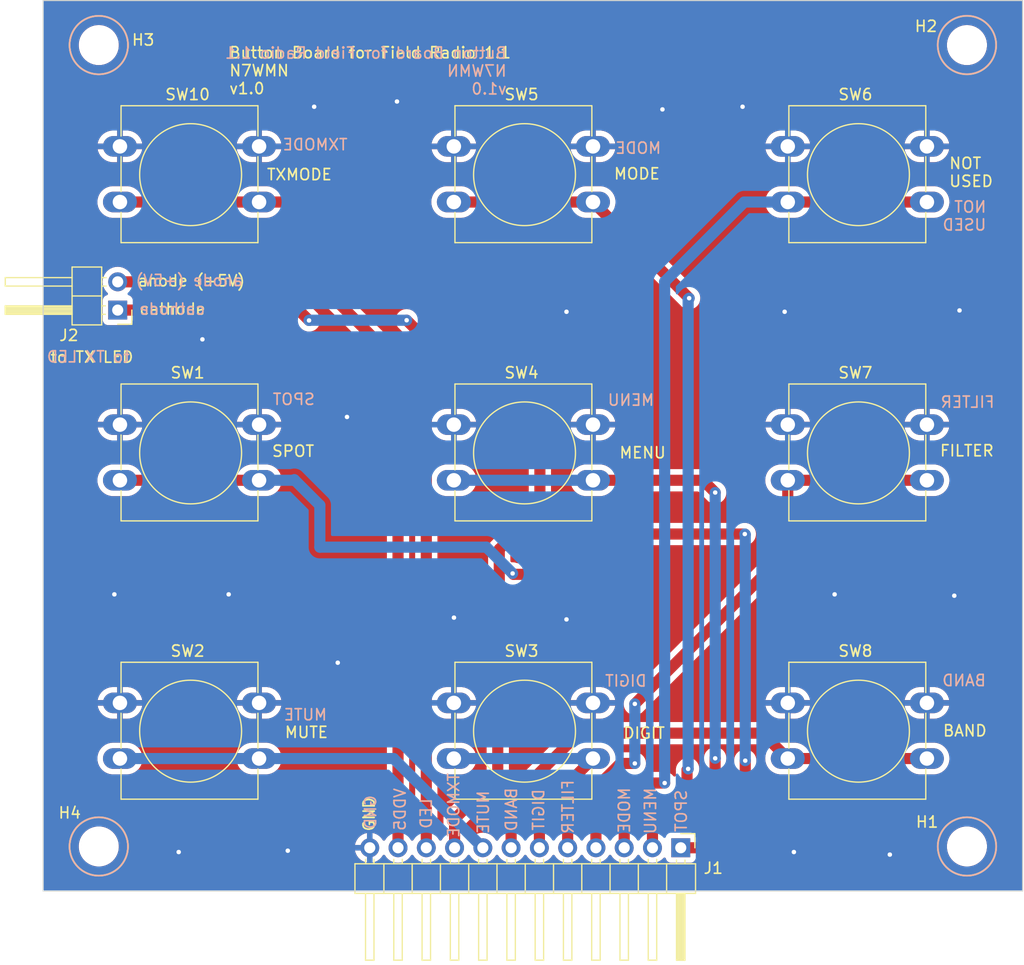
<source format=kicad_pcb>
(kicad_pcb (version 20221018) (generator pcbnew)
  (layers (0 "F.Cu" signal) (31 "B.Cu" signal) (34 "B.Paste" user) (35 "F.Paste" user) (36 "B.SilkS" user "B.Silkscreen") (37 "F.SilkS" user "F.Silkscreen") (38 "B.Mask" user) (39 "F.Mask" user) (44 "Edge.Cuts" user))
  (net 0 "")
  (net 1 "/BTN_SPOT")
  (net 2 "/BTN_MENU")
  (net 3 "/BTN_MODE")
  (net 4 "/BTN_NOT_USED")
  (net 5 "/BTN_FILTER_SEL")
  (net 6 "/BTN_DIGIT_SEL")
  (net 7 "/BTN_BAND_SEL")
  (net 8 "/BTN_MUTE")
  (net 9 "/BTN_TXMODE")
  (net 10 "/TX_LED")
  (net 11 "/VDD5")
  (net 12 "GND")
  (footprint "MountingHole:MountingHole_3.2mm_M3" (layer "F.Cu") (at 121 44)
    (fp_text reference "H3" (at 3.99 -0.46) (layer "F.SilkS"))
    (fp_text value "MountingHole")
    (pad "" np_thru_hole circle (at 0 0) (size 3.2 3.2) (drill 3.2) (layers "*.Cu" "*.Mask"))
  )
  (footprint "Button_Switch_THT:SW_PUSH-12mm" (layer "F.Cu") (at 122.9 78.1)
    (fp_text reference "SW1" (at 6.08 -4.66) (layer "F.SilkS"))
    (fp_text value "SPOT")
    (fp_line (start 0.1 -3.65) (end 12.4 -3.65) (stroke (width 0.12)) (layer "F.SilkS"))
    (fp_line (start 0.1 -0.93) (end 0.1 -3.65) (stroke (width 0.12)) (layer "F.SilkS"))
    (fp_line (start 0.1 4.07) (end 0.1 0.93) (stroke (width 0.12)) (layer "F.SilkS"))
    (fp_line (start 0.1 8.65) (end 0.1 5.93) (stroke (width 0.12)) (layer "F.SilkS"))
    (fp_line (start 12.4 -3.65) (end 12.4 -0.93) (stroke (width 0.12)) (layer "F.SilkS"))
    (fp_line (start 12.4 0.93) (end 12.4 4.07) (stroke (width 0.12)) (layer "F.SilkS"))
    (fp_line (start 12.4 5.93) (end 12.4 8.65) (stroke (width 0.12)) (layer "F.SilkS"))
    (fp_line (start 12.4 8.65) (end 0.1 8.65) (stroke (width 0.12)) (layer "F.SilkS"))
    (fp_circle (center 6.35 2.54) (end 10.16 5.08) (stroke (width 0.12)) (fill none) (layer "F.SilkS"))
    (pad "1" thru_hole oval (at 0 0) (size 3.048 1.85) (drill 1.3) (layers "*.Cu" "*.Mask") (net 12 "GND"))
    (pad "1" thru_hole oval (at 12.5 0) (size 3.048 1.85) (drill 1.3) (layers "*.Cu" "*.Mask") (net 12 "GND"))
    (pad "2" thru_hole oval (at 0 5) (size 3.048 1.85) (drill 1.3) (layers "*.Cu" "*.Mask") (net 1 "/BTN_SPOT"))
    (pad "2" thru_hole oval (at 12.5 5) (size 3.048 1.85) (drill 1.3) (layers "*.Cu" "*.Mask") (net 1 "/BTN_SPOT"))
  )
  (footprint "MountingHole:MountingHole_3.2mm_M3" (layer "F.Cu") (at 121 116)
    (fp_text reference "H4" (at -2.61 -3.02) (layer "F.SilkS"))
    (fp_text value "MountingHole")
    (pad "" np_thru_hole circle (at 0 0) (size 3.2 3.2) (drill 3.2) (layers "*.Cu" "*.Mask"))
  )
  (footprint "MountingHole:MountingHole_3.2mm_M3" (layer "F.Cu") (at 199 116)
    (fp_text reference "H1" (at -3.58 -2.2) (layer "F.SilkS"))
    (fp_text value "MountingHole")
    (pad "" np_thru_hole circle (at 0 0) (size 3.2 3.2) (drill 3.2) (layers "*.Cu" "*.Mask"))
  )
  (footprint "Connector_PinHeader_2.54mm:PinHeader_1x02_P2.54mm_Horizontal" (layer "F.Cu") (at 122.7 67.81 180)
    (fp_text reference "J2" (at 4.385 -2.27) (layer "F.SilkS"))
    (fp_text value "Conn_01x02")
    (fp_line (start -1.27 -1.27) (end 0 -1.27) (stroke (width 0.12)) (layer "F.SilkS"))
    (fp_line (start -1.27 0) (end -1.27 -1.27) (stroke (width 0.12)) (layer "F.SilkS"))
    (fp_line (start 1.042929 2.16) (end 1.44 2.16) (stroke (width 0.12)) (layer "F.SilkS"))
    (fp_line (start 1.042929 2.92) (end 1.44 2.92) (stroke (width 0.12)) (layer "F.SilkS"))
    (fp_line (start 1.11 -0.38) (end 1.44 -0.38) (stroke (width 0.12)) (layer "F.SilkS"))
    (fp_line (start 1.11 0.38) (end 1.44 0.38) (stroke (width 0.12)) (layer "F.SilkS"))
    (fp_line (start 1.44 -1.33) (end 1.44 3.87) (stroke (width 0.12)) (layer "F.SilkS"))
    (fp_line (start 1.44 1.27) (end 4.1 1.27) (stroke (width 0.12)) (layer "F.SilkS"))
    (fp_line (start 1.44 3.87) (end 4.1 3.87) (stroke (width 0.12)) (layer "F.SilkS"))
    (fp_line (start 4.1 -1.33) (end 1.44 -1.33) (stroke (width 0.12)) (layer "F.SilkS"))
    (fp_line (start 4.1 -0.38) (end 10.1 -0.38) (stroke (width 0.12)) (layer "F.SilkS"))
    (fp_line (start 4.1 -0.32) (end 10.1 -0.32) (stroke (width 0.12)) (layer "F.SilkS"))
    (fp_line (start 4.1 -0.2) (end 10.1 -0.2) (stroke (width 0.12)) (layer "F.SilkS"))
    (fp_line (start 4.1 -0.08) (end 10.1 -0.08) (stroke (width 0.12)) (layer "F.SilkS"))
    (fp_line (start 4.1 0.04) (end 10.1 0.04) (stroke (width 0.12)) (layer "F.SilkS"))
    (fp_line (start 4.1 0.16) (end 10.1 0.16) (stroke (width 0.12)) (layer "F.SilkS"))
    (fp_line (start 4.1 0.28) (end 10.1 0.28) (stroke (width 0.12)) (layer "F.SilkS"))
    (fp_line (start 4.1 2.16) (end 10.1 2.16) (stroke (width 0.12)) (layer "F.SilkS"))
    (fp_line (start 4.1 3.87) (end 4.1 -1.33) (stroke (width 0.12)) (layer "F.SilkS"))
    (fp_line (start 10.1 -0.38) (end 10.1 0.38) (stroke (width 0.12)) (layer "F.SilkS"))
    (fp_line (start 10.1 0.38) (end 4.1 0.38) (stroke (width 0.12)) (layer "F.SilkS"))
    (fp_line (start 10.1 2.16) (end 10.1 2.92) (stroke (width 0.12)) (layer "F.SilkS"))
    (fp_line (start 10.1 2.92) (end 4.1 2.92) (stroke (width 0.12)) (layer "F.SilkS"))
    (pad "1" thru_hole rect (at 0 0 180) (size 1.7 1.7) (drill 1) (layers "*.Cu" "*.Mask") (net 10 "/TX_LED"))
    (pad "2" thru_hole oval (at 0 2.54 180) (size 1.7 1.7) (drill 1) (layers "*.Cu" "*.Mask") (net 11 "/VDD5"))
  )
  (footprint "MountingHole:MountingHole_3.2mm_M3" (layer "F.Cu") (at 199 44)
    (fp_text reference "H2" (at -3.68 -1.69) (layer "F.SilkS"))
    (fp_text value "MountingHole")
    (pad "" np_thru_hole circle (at 0 0) (size 3.2 3.2) (drill 3.2) (layers "*.Cu" "*.Mask"))
  )
  (footprint "Button_Switch_THT:SW_PUSH-12mm" (layer "F.Cu") (at 152.9 103.1)
    (fp_text reference "SW3" (at 6.08 -4.66) (layer "F.SilkS"))
    (fp_text value "DIGIT")
    (fp_line (start 0.1 -3.65) (end 12.4 -3.65) (stroke (width 0.12)) (layer "F.SilkS"))
    (fp_line (start 0.1 -0.93) (end 0.1 -3.65) (stroke (width 0.12)) (layer "F.SilkS"))
    (fp_line (start 0.1 4.07) (end 0.1 0.93) (stroke (width 0.12)) (layer "F.SilkS"))
    (fp_line (start 0.1 8.65) (end 0.1 5.93) (stroke (width 0.12)) (layer "F.SilkS"))
    (fp_line (start 12.4 -3.65) (end 12.4 -0.93) (stroke (width 0.12)) (layer "F.SilkS"))
    (fp_line (start 12.4 0.93) (end 12.4 4.07) (stroke (width 0.12)) (layer "F.SilkS"))
    (fp_line (start 12.4 5.93) (end 12.4 8.65) (stroke (width 0.12)) (layer "F.SilkS"))
    (fp_line (start 12.4 8.65) (end 0.1 8.65) (stroke (width 0.12)) (layer "F.SilkS"))
    (fp_circle (center 6.35 2.54) (end 10.16 5.08) (stroke (width 0.12)) (fill none) (layer "F.SilkS"))
    (pad "1" thru_hole oval (at 0 0) (size 3.048 1.85) (drill 1.3) (layers "*.Cu" "*.Mask") (net 12 "GND"))
    (pad "1" thru_hole oval (at 12.5 0) (size 3.048 1.85) (drill 1.3) (layers "*.Cu" "*.Mask") (net 12 "GND"))
    (pad "2" thru_hole oval (at 0 5) (size 3.048 1.85) (drill 1.3) (layers "*.Cu" "*.Mask") (net 6 "/BTN_DIGIT_SEL"))
    (pad "2" thru_hole oval (at 12.5 5) (size 3.048 1.85) (drill 1.3) (layers "*.Cu" "*.Mask") (net 6 "/BTN_DIGIT_SEL"))
  )
  (footprint "Button_Switch_THT:SW_PUSH-12mm" (layer "F.Cu") (at 122.9 103.1)
    (fp_text reference "SW2" (at 6.08 -4.66) (layer "F.SilkS"))
    (fp_text value "MUTE")
    (fp_line (start 0.1 -3.65) (end 12.4 -3.65) (stroke (width 0.12)) (layer "F.SilkS"))
    (fp_line (start 0.1 -0.93) (end 0.1 -3.65) (stroke (width 0.12)) (layer "F.SilkS"))
    (fp_line (start 0.1 4.07) (end 0.1 0.93) (stroke (width 0.12)) (layer "F.SilkS"))
    (fp_line (start 0.1 8.65) (end 0.1 5.93) (stroke (width 0.12)) (layer "F.SilkS"))
    (fp_line (start 12.4 -3.65) (end 12.4 -0.93) (stroke (width 0.12)) (layer "F.SilkS"))
    (fp_line (start 12.4 0.93) (end 12.4 4.07) (stroke (width 0.12)) (layer "F.SilkS"))
    (fp_line (start 12.4 5.93) (end 12.4 8.65) (stroke (width 0.12)) (layer "F.SilkS"))
    (fp_line (start 12.4 8.65) (end 0.1 8.65) (stroke (width 0.12)) (layer "F.SilkS"))
    (fp_circle (center 6.35 2.54) (end 10.16 5.08) (stroke (width 0.12)) (fill none) (layer "F.SilkS"))
    (pad "1" thru_hole oval (at 0 0) (size 3.048 1.85) (drill 1.3) (layers "*.Cu" "*.Mask") (net 12 "GND"))
    (pad "1" thru_hole oval (at 12.5 0) (size 3.048 1.85) (drill 1.3) (layers "*.Cu" "*.Mask") (net 12 "GND"))
    (pad "2" thru_hole oval (at 0 5) (size 3.048 1.85) (drill 1.3) (layers "*.Cu" "*.Mask") (net 8 "/BTN_MUTE"))
    (pad "2" thru_hole oval (at 12.5 5) (size 3.048 1.85) (drill 1.3) (layers "*.Cu" "*.Mask") (net 8 "/BTN_MUTE"))
  )
  (footprint "Button_Switch_THT:SW_PUSH-12mm" (layer "F.Cu") (at 182.9 78.1)
    (fp_text reference "SW7" (at 6.08 -4.66) (layer "F.SilkS"))
    (fp_text value "FILTER")
    (fp_line (start 0.1 -3.65) (end 12.4 -3.65) (stroke (width 0.12)) (layer "F.SilkS"))
    (fp_line (start 0.1 -0.93) (end 0.1 -3.65) (stroke (width 0.12)) (layer "F.SilkS"))
    (fp_line (start 0.1 4.07) (end 0.1 0.93) (stroke (width 0.12)) (layer "F.SilkS"))
    (fp_line (start 0.1 8.65) (end 0.1 5.93) (stroke (width 0.12)) (layer "F.SilkS"))
    (fp_line (start 12.4 -3.65) (end 12.4 -0.93) (stroke (width 0.12)) (layer "F.SilkS"))
    (fp_line (start 12.4 0.93) (end 12.4 4.07) (stroke (width 0.12)) (layer "F.SilkS"))
    (fp_line (start 12.4 5.93) (end 12.4 8.65) (stroke (width 0.12)) (layer "F.SilkS"))
    (fp_line (start 12.4 8.65) (end 0.1 8.65) (stroke (width 0.12)) (layer "F.SilkS"))
    (fp_circle (center 6.35 2.54) (end 10.16 5.08) (stroke (width 0.12)) (fill none) (layer "F.SilkS"))
    (pad "1" thru_hole oval (at 0 0) (size 3.048 1.85) (drill 1.3) (layers "*.Cu" "*.Mask") (net 12 "GND"))
    (pad "1" thru_hole oval (at 12.5 0) (size 3.048 1.85) (drill 1.3) (layers "*.Cu" "*.Mask") (net 12 "GND"))
    (pad "2" thru_hole oval (at 0 5) (size 3.048 1.85) (drill 1.3) (layers "*.Cu" "*.Mask") (net 5 "/BTN_FILTER_SEL"))
    (pad "2" thru_hole oval (at 12.5 5) (size 3.048 1.85) (drill 1.3) (layers "*.Cu" "*.Mask") (net 5 "/BTN_FILTER_SEL"))
  )
  (footprint "Button_Switch_THT:SW_PUSH-12mm" (layer "F.Cu") (at 182.9 103.1)
    (fp_text reference "SW8" (at 6.08 -4.66) (layer "F.SilkS"))
    (fp_text value "BAND")
    (fp_line (start 0.1 -3.65) (end 12.4 -3.65) (stroke (width 0.12)) (layer "F.SilkS"))
    (fp_line (start 0.1 -0.93) (end 0.1 -3.65) (stroke (width 0.12)) (layer "F.SilkS"))
    (fp_line (start 0.1 4.07) (end 0.1 0.93) (stroke (width 0.12)) (layer "F.SilkS"))
    (fp_line (start 0.1 8.65) (end 0.1 5.93) (stroke (width 0.12)) (layer "F.SilkS"))
    (fp_line (start 12.4 -3.65) (end 12.4 -0.93) (stroke (width 0.12)) (layer "F.SilkS"))
    (fp_line (start 12.4 0.93) (end 12.4 4.07) (stroke (width 0.12)) (layer "F.SilkS"))
    (fp_line (start 12.4 5.93) (end 12.4 8.65) (stroke (width 0.12)) (layer "F.SilkS"))
    (fp_line (start 12.4 8.65) (end 0.1 8.65) (stroke (width 0.12)) (layer "F.SilkS"))
    (fp_circle (center 6.35 2.54) (end 10.16 5.08) (stroke (width 0.12)) (fill none) (layer "F.SilkS"))
    (pad "1" thru_hole oval (at 0 0) (size 3.048 1.85) (drill 1.3) (layers "*.Cu" "*.Mask") (net 12 "GND"))
    (pad "1" thru_hole oval (at 12.5 0) (size 3.048 1.85) (drill 1.3) (layers "*.Cu" "*.Mask") (net 12 "GND"))
    (pad "2" thru_hole oval (at 0 5) (size 3.048 1.85) (drill 1.3) (layers "*.Cu" "*.Mask") (net 7 "/BTN_BAND_SEL"))
    (pad "2" thru_hole oval (at 12.5 5) (size 3.048 1.85) (drill 1.3) (layers "*.Cu" "*.Mask") (net 7 "/BTN_BAND_SEL"))
  )
  (footprint "Button_Switch_THT:SW_PUSH-12mm" (layer "F.Cu") (at 122.9 53.1)
    (fp_text reference "SW10" (at 6.08 -4.66) (layer "F.SilkS"))
    (fp_text value "TXMODE")
    (fp_line (start 0.1 -3.65) (end 12.4 -3.65) (stroke (width 0.12)) (layer "F.SilkS"))
    (fp_line (start 0.1 -0.93) (end 0.1 -3.65) (stroke (width 0.12)) (layer "F.SilkS"))
    (fp_line (start 0.1 4.07) (end 0.1 0.93) (stroke (width 0.12)) (layer "F.SilkS"))
    (fp_line (start 0.1 8.65) (end 0.1 5.93) (stroke (width 0.12)) (layer "F.SilkS"))
    (fp_line (start 12.4 -3.65) (end 12.4 -0.93) (stroke (width 0.12)) (layer "F.SilkS"))
    (fp_line (start 12.4 0.93) (end 12.4 4.07) (stroke (width 0.12)) (layer "F.SilkS"))
    (fp_line (start 12.4 5.93) (end 12.4 8.65) (stroke (width 0.12)) (layer "F.SilkS"))
    (fp_line (start 12.4 8.65) (end 0.1 8.65) (stroke (width 0.12)) (layer "F.SilkS"))
    (fp_circle (center 6.35 2.54) (end 10.16 5.08) (stroke (width 0.12)) (fill none) (layer "F.SilkS"))
    (pad "1" thru_hole oval (at 0 0) (size 3.048 1.85) (drill 1.3) (layers "*.Cu" "*.Mask") (net 12 "GND"))
    (pad "1" thru_hole oval (at 12.5 0) (size 3.048 1.85) (drill 1.3) (layers "*.Cu" "*.Mask") (net 12 "GND"))
    (pad "2" thru_hole oval (at 0 5) (size 3.048 1.85) (drill 1.3) (layers "*.Cu" "*.Mask") (net 9 "/BTN_TXMODE"))
    (pad "2" thru_hole oval (at 12.5 5) (size 3.048 1.85) (drill 1.3) (layers "*.Cu" "*.Mask") (net 9 "/BTN_TXMODE"))
  )
  (footprint "Button_Switch_THT:SW_PUSH-12mm" (layer "F.Cu") (at 152.9 78.1)
    (fp_text reference "SW4" (at 6.08 -4.66) (layer "F.SilkS"))
    (fp_text value "MENU")
    (fp_line (start 0.1 -3.65) (end 12.4 -3.65) (stroke (width 0.12)) (layer "F.SilkS"))
    (fp_line (start 0.1 -0.93) (end 0.1 -3.65) (stroke (width 0.12)) (layer "F.SilkS"))
    (fp_line (start 0.1 4.07) (end 0.1 0.93) (stroke (width 0.12)) (layer "F.SilkS"))
    (fp_line (start 0.1 8.65) (end 0.1 5.93) (stroke (width 0.12)) (layer "F.SilkS"))
    (fp_line (start 12.4 -3.65) (end 12.4 -0.93) (stroke (width 0.12)) (layer "F.SilkS"))
    (fp_line (start 12.4 0.93) (end 12.4 4.07) (stroke (width 0.12)) (layer "F.SilkS"))
    (fp_line (start 12.4 5.93) (end 12.4 8.65) (stroke (width 0.12)) (layer "F.SilkS"))
    (fp_line (start 12.4 8.65) (end 0.1 8.65) (stroke (width 0.12)) (layer "F.SilkS"))
    (fp_circle (center 6.35 2.54) (end 10.16 5.08) (stroke (width 0.12)) (fill none) (layer "F.SilkS"))
    (pad "1" thru_hole oval (at 0 0) (size 3.048 1.85) (drill 1.3) (layers "*.Cu" "*.Mask") (net 12 "GND"))
    (pad "1" thru_hole oval (at 12.5 0) (size 3.048 1.85) (drill 1.3) (layers "*.Cu" "*.Mask") (net 12 "GND"))
    (pad "2" thru_hole oval (at 0 5) (size 3.048 1.85) (drill 1.3) (layers "*.Cu" "*.Mask") (net 2 "/BTN_MENU"))
    (pad "2" thru_hole oval (at 12.5 5) (size 3.048 1.85) (drill 1.3) (layers "*.Cu" "*.Mask") (net 2 "/BTN_MENU"))
  )
  (footprint "Button_Switch_THT:SW_PUSH-12mm" (layer "F.Cu") (at 182.9 53.1)
    (fp_text reference "SW6" (at 6.08 -4.66) (layer "F.SilkS"))
    (fp_text value "NOT_USED")
    (fp_line (start 0.1 -3.65) (end 12.4 -3.65) (stroke (width 0.12)) (layer "F.SilkS"))
    (fp_line (start 0.1 -0.93) (end 0.1 -3.65) (stroke (width 0.12)) (layer "F.SilkS"))
    (fp_line (start 0.1 4.07) (end 0.1 0.93) (stroke (width 0.12)) (layer "F.SilkS"))
    (fp_line (start 0.1 8.65) (end 0.1 5.93) (stroke (width 0.12)) (layer "F.SilkS"))
    (fp_line (start 12.4 -3.65) (end 12.4 -0.93) (stroke (width 0.12)) (layer "F.SilkS"))
    (fp_line (start 12.4 0.93) (end 12.4 4.07) (stroke (width 0.12)) (layer "F.SilkS"))
    (fp_line (start 12.4 5.93) (end 12.4 8.65) (stroke (width 0.12)) (layer "F.SilkS"))
    (fp_line (start 12.4 8.65) (end 0.1 8.65) (stroke (width 0.12)) (layer "F.SilkS"))
    (fp_circle (center 6.35 2.54) (end 10.16 5.08) (stroke (width 0.12)) (fill none) (layer "F.SilkS"))
    (pad "1" thru_hole oval (at 0 0) (size 3.048 1.85) (drill 1.3) (layers "*.Cu" "*.Mask") (net 12 "GND"))
    (pad "1" thru_hole oval (at 12.5 0) (size 3.048 1.85) (drill 1.3) (layers "*.Cu" "*.Mask") (net 12 "GND"))
    (pad "2" thru_hole oval (at 0 5) (size 3.048 1.85) (drill 1.3) (layers "*.Cu" "*.Mask") (net 4 "/BTN_NOT_USED"))
    (pad "2" thru_hole oval (at 12.5 5) (size 3.048 1.85) (drill 1.3) (layers "*.Cu" "*.Mask") (net 4 "/BTN_NOT_USED"))
  )
  (footprint "Button_Switch_THT:SW_PUSH-12mm" (layer "F.Cu") (at 152.9 53.1)
    (fp_text reference "SW5" (at 6.08 -4.66) (layer "F.SilkS"))
    (fp_text value "MODE")
    (fp_line (start 0.1 -3.65) (end 12.4 -3.65) (stroke (width 0.12)) (layer "F.SilkS"))
    (fp_line (start 0.1 -0.93) (end 0.1 -3.65) (stroke (width 0.12)) (layer "F.SilkS"))
    (fp_line (start 0.1 4.07) (end 0.1 0.93) (stroke (width 0.12)) (layer "F.SilkS"))
    (fp_line (start 0.1 8.65) (end 0.1 5.93) (stroke (width 0.12)) (layer "F.SilkS"))
    (fp_line (start 12.4 -3.65) (end 12.4 -0.93) (stroke (width 0.12)) (layer "F.SilkS"))
    (fp_line (start 12.4 0.93) (end 12.4 4.07) (stroke (width 0.12)) (layer "F.SilkS"))
    (fp_line (start 12.4 5.93) (end 12.4 8.65) (stroke (width 0.12)) (layer "F.SilkS"))
    (fp_line (start 12.4 8.65) (end 0.1 8.65) (stroke (width 0.12)) (layer "F.SilkS"))
    (fp_circle (center 6.35 2.54) (end 10.16 5.08) (stroke (width 0.12)) (fill none) (layer "F.SilkS"))
    (pad "1" thru_hole oval (at 0 0) (size 3.048 1.85) (drill 1.3) (layers "*.Cu" "*.Mask") (net 12 "GND"))
    (pad "1" thru_hole oval (at 12.5 0) (size 3.048 1.85) (drill 1.3) (layers "*.Cu" "*.Mask") (net 12 "GND"))
    (pad "2" thru_hole oval (at 0 5) (size 3.048 1.85) (drill 1.3) (layers "*.Cu" "*.Mask") (net 3 "/BTN_MODE"))
    (pad "2" thru_hole oval (at 12.5 5) (size 3.048 1.85) (drill 1.3) (layers "*.Cu" "*.Mask") (net 3 "/BTN_MODE"))
  )
  (footprint "Connector_PinHeader_2.54mm:PinHeader_1x12_P2.54mm_Horizontal" (layer "F.Cu") (at 173.285 116.115 -90)
    (fp_text reference "J1" (at 1.835 -2.925 -180) (layer "F.SilkS"))
    (fp_text value "Conn_01x12")
    (fp_line (start -1.27 -1.27) (end 0 -1.27) (stroke (width 0.12)) (layer "F.SilkS"))
    (fp_line (start -1.27 0) (end -1.27 -1.27) (stroke (width 0.12)) (layer "F.SilkS"))
    (fp_line (start 1.042929 2.16) (end 1.44 2.16) (stroke (width 0.12)) (layer "F.SilkS"))
    (fp_line (start 1.042929 2.92) (end 1.44 2.92) (stroke (width 0.12)) (layer "F.SilkS"))
    (fp_line (start 1.042929 4.7) (end 1.44 4.7) (stroke (width 0.12)) (layer "F.SilkS"))
    (fp_line (start 1.042929 5.46) (end 1.44 5.46) (stroke (width 0.12)) (layer "F.SilkS"))
    (fp_line (start 1.042929 7.24) (end 1.44 7.24) (stroke (width 0.12)) (layer "F.SilkS"))
    (fp_line (start 1.042929 8) (end 1.44 8) (stroke (width 0.12)) (layer "F.SilkS"))
    (fp_line (start 1.042929 9.78) (end 1.44 9.78) (stroke (width 0.12)) (layer "F.SilkS"))
    (fp_line (start 1.042929 10.54) (end 1.44 10.54) (stroke (width 0.12)) (layer "F.SilkS"))
    (fp_line (start 1.042929 12.32) (end 1.44 12.32) (stroke (width 0.12)) (layer "F.SilkS"))
    (fp_line (start 1.042929 13.08) (end 1.44 13.08) (stroke (width 0.12)) (layer "F.SilkS"))
    (fp_line (start 1.042929 14.86) (end 1.44 14.86) (stroke (width 0.12)) (layer "F.SilkS"))
    (fp_line (start 1.042929 15.62) (end 1.44 15.62) (stroke (width 0.12)) (layer "F.SilkS"))
    (fp_line (start 1.042929 17.4) (end 1.44 17.4) (stroke (width 0.12)) (layer "F.SilkS"))
    (fp_line (start 1.042929 18.16) (end 1.44 18.16) (stroke (width 0.12)) (layer "F.SilkS"))
    (fp_line (start 1.042929 19.94) (end 1.44 19.94) (stroke (width 0.12)) (layer "F.SilkS"))
    (fp_line (start 1.042929 20.7) (end 1.44 20.7) (stroke (width 0.12)) (layer "F.SilkS"))
    (fp_line (start 1.042929 22.48) (end 1.44 22.48) (stroke (width 0.12)) (layer "F.SilkS"))
    (fp_line (start 1.042929 23.24) (end 1.44 23.24) (stroke (width 0.12)) (layer "F.SilkS"))
    (fp_line (start 1.042929 25.02) (end 1.44 25.02) (stroke (width 0.12)) (layer "F.SilkS"))
    (fp_line (start 1.042929 25.78) (end 1.44 25.78) (stroke (width 0.12)) (layer "F.SilkS"))
    (fp_line (start 1.042929 27.56) (end 1.44 27.56) (stroke (width 0.12)) (layer "F.SilkS"))
    (fp_line (start 1.042929 28.32) (end 1.44 28.32) (stroke (width 0.12)) (layer "F.SilkS"))
    (fp_line (start 1.11 -0.38) (end 1.44 -0.38) (stroke (width 0.12)) (layer "F.SilkS"))
    (fp_line (start 1.11 0.38) (end 1.44 0.38) (stroke (width 0.12)) (layer "F.SilkS"))
    (fp_line (start 1.44 -1.33) (end 1.44 29.27) (stroke (width 0.12)) (layer "F.SilkS"))
    (fp_line (start 1.44 1.27) (end 4.1 1.27) (stroke (width 0.12)) (layer "F.SilkS"))
    (fp_line (start 1.44 3.81) (end 4.1 3.81) (stroke (width 0.12)) (layer "F.SilkS"))
    (fp_line (start 1.44 6.35) (end 4.1 6.35) (stroke (width 0.12)) (layer "F.SilkS"))
    (fp_line (start 1.44 8.89) (end 4.1 8.89) (stroke (width 0.12)) (layer "F.SilkS"))
    (fp_line (start 1.44 11.43) (end 4.1 11.43) (stroke (width 0.12)) (layer "F.SilkS"))
    (fp_line (start 1.44 13.97) (end 4.1 13.97) (stroke (width 0.12)) (layer "F.SilkS"))
    (fp_line (start 1.44 16.51) (end 4.1 16.51) (stroke (width 0.12)) (layer "F.SilkS"))
    (fp_line (start 1.44 19.05) (end 4.1 19.05) (stroke (width 0.12)) (layer "F.SilkS"))
    (fp_line (start 1.44 21.59) (end 4.1 21.59) (stroke (width 0.12)) (layer "F.SilkS"))
    (fp_line (start 1.44 24.13) (end 4.1 24.13) (stroke (width 0.12)) (layer "F.SilkS"))
    (fp_line (start 1.44 26.67) (end 4.1 26.67) (stroke (width 0.12)) (layer "F.SilkS"))
    (fp_line (start 1.44 29.27) (end 4.1 29.27) (stroke (width 0.12)) (layer "F.SilkS"))
    (fp_line (start 4.1 -1.33) (end 1.44 -1.33) (stroke (width 0.12)) (layer "F.SilkS"))
    (fp_line (start 4.1 -0.38) (end 10.1 -0.38) (stroke (width 0.12)) (layer "F.SilkS"))
    (fp_line (start 4.1 -0.32) (end 10.1 -0.32) (stroke (width 0.12)) (layer "F.SilkS"))
    (fp_line (start 4.1 -0.2) (end 10.1 -0.2) (stroke (width 0.12)) (layer "F.SilkS"))
    (fp_line (start 4.1 -0.08) (end 10.1 -0.08) (stroke (width 0.12)) (layer "F.SilkS"))
    (fp_line (start 4.1 0.04) (end 10.1 0.04) (stroke (width 0.12)) (layer "F.SilkS"))
    (fp_line (start 4.1 0.16) (end 10.1 0.16) (stroke (width 0.12)) (layer "F.SilkS"))
    (fp_line (start 4.1 0.28) (end 10.1 0.28) (stroke (width 0.12)) (layer "F.SilkS"))
    (fp_line (start 4.1 2.16) (end 10.1 2.16) (stroke (width 0.12)) (layer "F.SilkS"))
    (fp_line (start 4.1 4.7) (end 10.1 4.7) (stroke (width 0.12)) (layer "F.SilkS"))
    (fp_line (start 4.1 7.24) (end 10.1 7.24) (stroke (width 0.12)) (layer "F.SilkS"))
    (fp_line (start 4.1 9.78) (end 10.1 9.78) (stroke (width 0.12)) (layer "F.SilkS"))
    (fp_line (start 4.1 12.32) (end 10.1 12.32) (stroke (width 0.12)) (layer "F.SilkS"))
    (fp_line (start 4.1 14.86) (end 10.1 14.86) (stroke (width 0.12)) (layer "F.SilkS"))
    (fp_line (start 4.1 17.4) (end 10.1 17.4) (stroke (width 0.12)) (layer "F.SilkS"))
    (fp_line (start 4.1 19.94) (end 10.1 19.94) (stroke (width 0.12)) (layer "F.SilkS"))
    (fp_line (start 4.1 22.48) (end 10.1 22.48) (stroke (width 0.12)) (layer "F.SilkS"))
    (fp_line (start 4.1 25.02) (end 10.1 25.02) (stroke (width 0.12)) (layer "F.SilkS"))
    (fp_line (start 4.1 27.56) (end 10.1 27.56) (stroke (width 0.12)) (layer "F.SilkS"))
    (fp_line (start 4.1 29.27) (end 4.1 -1.33) (stroke (width 0.12)) (layer "F.SilkS"))
    (fp_line (start 10.1 -0.38) (end 10.1 0.38) (stroke (width 0.12)) (layer "F.SilkS"))
    (fp_line (start 10.1 0.38) (end 4.1 0.38) (stroke (width 0.12)) (layer "F.SilkS"))
    (fp_line (start 10.1 2.16) (end 10.1 2.92) (stroke (width 0.12)) (layer "F.SilkS"))
    (fp_line (start 10.1 2.92) (end 4.1 2.92) (stroke (width 0.12)) (layer "F.SilkS"))
    (fp_line (start 10.1 4.7) (end 10.1 5.46) (stroke (width 0.12)) (layer "F.SilkS"))
    (fp_line (start 10.1 5.46) (end 4.1 5.46) (stroke (width 0.12)) (layer "F.SilkS"))
    (fp_line (start 10.1 7.24) (end 10.1 8) (stroke (width 0.12)) (layer "F.SilkS"))
    (fp_line (start 10.1 8) (end 4.1 8) (stroke (width 0.12)) (layer "F.SilkS"))
    (fp_line (start 10.1 9.78) (end 10.1 10.54) (stroke (width 0.12)) (layer "F.SilkS"))
    (fp_line (start 10.1 10.54) (end 4.1 10.54) (stroke (width 0.12)) (layer "F.SilkS"))
    (fp_line (start 10.1 12.32) (end 10.1 13.08) (stroke (width 0.12)) (layer "F.SilkS"))
    (fp_line (start 10.1 13.08) (end 4.1 13.08) (stroke (width 0.12)) (layer "F.SilkS"))
    (fp_line (start 10.1 14.86) (end 10.1 15.62) (stroke (width 0.12)) (layer "F.SilkS"))
    (fp_line (start 10.1 15.62) (end 4.1 15.62) (stroke (width 0.12)) (layer "F.SilkS"))
    (fp_line (start 10.1 17.4) (end 10.1 18.16) (stroke (width 0.12)) (layer "F.SilkS"))
    (fp_line (start 10.1 18.16) (end 4.1 18.16) (stroke (width 0.12)) (layer "F.SilkS"))
    (fp_line (start 10.1 19.94) (end 10.1 20.7) (stroke (width 0.12)) (layer "F.SilkS"))
    (fp_line (start 10.1 20.7) (end 4.1 20.7) (stroke (width 0.12)) (layer "F.SilkS"))
    (fp_line (start 10.1 22.48) (end 10.1 23.24) (stroke (width 0.12)) (layer "F.SilkS"))
    (fp_line (start 10.1 23.24) (end 4.1 23.24) (stroke (width 0.12)) (layer "F.SilkS"))
    (fp_line (start 10.1 25.02) (end 10.1 25.78) (stroke (width 0.12)) (layer "F.SilkS"))
    (fp_line (start 10.1 25.78) (end 4.1 25.78) (stroke (width 0.12)) (layer "F.SilkS"))
    (fp_line (start 10.1 27.56) (end 10.1 28.32) (stroke (width 0.12)) (layer "F.SilkS"))
    (fp_line (start 10.1 28.32) (end 4.1 28.32) (stroke (width 0.12)) (layer "F.SilkS"))
    (pad "1" thru_hole rect (at 0 0 270) (size 1.7 1.7) (drill 1) (layers "*.Cu" "*.Mask") (net 1 "/BTN_SPOT"))
    (pad "2" thru_hole oval (at 0 2.54 270) (size 1.7 1.7) (drill 1) (layers "*.Cu" "*.Mask") (net 2 "/BTN_MENU"))
    (pad "3" thru_hole oval (at 0 5.08 270) (size 1.7 1.7) (drill 1) (layers "*.Cu" "*.Mask") (net 3 "/BTN_MODE"))
    (pad "4" thru_hole oval (at 0 7.62 270) (size 1.7 1.7) (drill 1) (layers "*.Cu" "*.Mask") (net 4 "/BTN_NOT_USED"))
    (pad "5" thru_hole oval (at 0 10.16 270) (size 1.7 1.7) (drill 1) (layers "*.Cu" "*.Mask") (net 5 "/BTN_FILTER_SEL"))
    (pad "6" thru_hole oval (at 0 12.7 270) (size 1.7 1.7) (drill 1) (layers "*.Cu" "*.Mask") (net 6 "/BTN_DIGIT_SEL"))
    (pad "7" thru_hole oval (at 0 15.24 270) (size 1.7 1.7) (drill 1) (layers "*.Cu" "*.Mask") (net 7 "/BTN_BAND_SEL"))
    (pad "8" thru_hole oval (at 0 17.78 270) (size 1.7 1.7) (drill 1) (layers "*.Cu" "*.Mask") (net 8 "/BTN_MUTE"))
    (pad "9" thru_hole oval (at 0 20.32 270) (size 1.7 1.7) (drill 1) (layers "*.Cu" "*.Mask") (net 9 "/BTN_TXMODE"))
    (pad "10" thru_hole oval (at 0 22.86 270) (size 1.7 1.7) (drill 1) (layers "*.Cu" "*.Mask") (net 10 "/TX_LED"))
    (pad "11" thru_hole oval (at 0 25.4 270) (size 1.7 1.7) (drill 1) (layers "*.Cu" "*.Mask") (net 11 "/VDD5"))
    (pad "12" thru_hole oval (at 0 27.94 270) (size 1.7 1.7) (drill 1) (layers "*.Cu" "*.Mask") (net 12 "GND"))
  )
  (gr_circle (center 121 44) (end 123.625 44) (stroke (width 0.15)) (fill none) (layer "B.SilkS"))
  (gr_circle (center 199.005 116) (end 201.63 116) (stroke (width 0.15)) (fill none) (layer "B.SilkS"))
  (gr_circle (center 198.995 43.99) (end 201.62 43.99) (stroke (width 0.15)) (fill none) (layer "B.SilkS"))
  (gr_circle (center 120.995 116) (end 123.62 116) (stroke (width 0.15)) (fill none) (layer "B.SilkS"))
  (gr_circle (center 121 116) (end 123.625 116) (stroke (width 0.15)) (fill none) (layer "F.SilkS"))
  (gr_circle (center 199 116) (end 201.625 116) (stroke (width 0.15)) (fill none) (layer "F.SilkS"))
  (gr_circle (center 121 44) (end 123.625 44) (stroke (width 0.15)) (fill none) (layer "F.SilkS"))
  (gr_circle (center 199 44) (end 201.625 44) (stroke (width 0.15)) (fill none) (layer "F.SilkS"))
  (gr_rect (start 116 40) (end 204 120) (stroke (width 0.1)) (fill none) (layer "Edge.Cuts"))
  (gr_text "TXMODE" (at 153.47 109.3 90) (layer "B.SilkS") (effects (font (size 1 1)) (justify left bottom mirror)))
  (gr_text "MENU" (at 171.15 110.63 90) (layer "B.SilkS") (effects (font (size 1 1)) (justify left bottom mirror)))
  (gr_text "MODE" (at 171.61 53.84) (layer "B.SilkS") (effects (font (size 1 1)) (justify left bottom mirror)))
  (gr_text "Button Board for Field Radio 1.1\nN7WMN\nv1.0" (at 157.73 48.52) (layer "B.SilkS") (effects (font (size 1 1)) (justify left bottom mirror)))
  (gr_text "GND" (at 146 111.3 90) (layer "B.SilkS") (effects (font (size 1 1)) (justify left bottom mirror)))
  (gr_text "cathode" (at 130.64 68.3) (layer "B.SilkS") (effects (font (size 1 1)) (justify left bottom mirror)))
  (gr_text "DIGIT" (at 170.31 101.71) (layer "B.SilkS") (effects (font (size 1 1)) (justify left bottom mirror)))
  (gr_text "VDD5" (at 148.65 110.67 90) (layer "B.SilkS") (effects (font (size 1 1)) (justify left bottom mirror)))
  (gr_text "FILTER" (at 201.56 76.66) (layer "B.SilkS") (effects (font (size 1 1)) (justify left bottom mirror)))
  (gr_text "TXMODE" (at 143.44 53.53) (layer "B.SilkS") (effects (font (size 1 1)) (justify left bottom mirror)))
  (gr_text "MUTE" (at 156.13 110.89 90) (layer "B.SilkS") (effects (font (size 1 1)) (justify left bottom mirror)))
  (gr_text "BAND" (at 200.79 101.67) (layer "B.SilkS") (effects (font (size 1 1)) (justify left bottom mirror)))
  (gr_text "LED" (at 151 111.58 90) (layer "B.SilkS") (effects (font (size 1 1)) (justify left bottom mirror)))
  (gr_text "FILTER" (at 163.74 109.93 90) (layer "B.SilkS") (effects (font (size 1 1)) (justify left bottom mirror)))
  (gr_text "NOT\nUSED" (at 200.82 60.74) (layer "B.SilkS") (effects (font (size 1 1)) (justify left bottom mirror)))
  (gr_text "to TX LED" (at 123.87 72.59) (layer "B.SilkS") (effects (font (size 1 1)) (justify left bottom mirror)))
  (gr_text "MENU" (at 170.98 76.48) (layer "B.SilkS") (effects (font (size 1 1)) (justify left bottom mirror)))
  (gr_text "MODE" (at 168.8 110.61 90) (layer "B.SilkS") (effects (font (size 1 1)) (justify left bottom mirror)))
  (gr_text "SPOT" (at 140.5 76.41) (layer "B.SilkS") (effects (font (size 1 1)) (justify left bottom mirror)))
  (gr_text "SPOT" (at 173.91 110.82 90) (layer "B.SilkS") (effects (font (size 1 1)) (justify left bottom mirror)))
  (gr_text "MUTE" (at 141.59 104.75) (layer "B.SilkS") (effects (font (size 1 1)) (justify left bottom mirror)))
  (gr_text "DIGIT" (at 161.1 110.75 90) (layer "B.SilkS") (effects (font (size 1 1)) (justify left bottom mirror)))
  (gr_text "BAND" (at 158.65 110.63 90) (layer "B.SilkS") (effects (font (size 1 1)) (justify left bottom mirror)))
  (gr_text "anode (+5V)" (at 134.04 65.73) (layer "B.SilkS") (effects (font (size 1 1)) (justify left bottom mirror)))
  (gr_text "Button Board for Field Radio 1.1\nN7WMN\nv1.0" (at 132.64 48.49) (layer "F.SilkS") (effects (font (size 1 1)) (justify left bottom)))
  (gr_text "MODE" (at 167.2 56.15) (layer "F.SilkS") (effects (font (size 1 1)) (justify left bottom)))
  (gr_text "DIGIT" (at 168.04 106.4) (layer "F.SilkS") (effects (font (size 1 1)) (justify left bottom)))
  (gr_text "NOT\nUSED" (at 197.32 56.82) (layer "F.SilkS") (effects (font (size 1 1)) (justify left bottom)))
  (gr_text "GND" (at 145.87 114.73 90) (layer "F.SilkS") (effects (font (size 1 1)) (justify left bottom)))
  (gr_text "to TX LED" (at 116.57 72.62) (layer "F.SilkS") (effects (font (size 1 1)) (justify left bottom)))
  (gr_text "BAND" (at 196.76 106.19) (layer "F.SilkS") (effects (font (size 1 1)) (justify left bottom)))
  (gr_text "TXMODE" (at 136.02 56.22) (layer "F.SilkS") (effects (font (size 1 1)) (justify left bottom)))
  (gr_text "SPOT" (at 136.48 81.07) (layer "F.SilkS") (effects (font (size 1 1)) (justify left bottom)))
  (gr_text "MUTE" (at 137.63 106.33) (layer "F.SilkS") (effects (font (size 1 1)) (justify left bottom)))
  (gr_text "MENU" (at 167.69 81.21) (layer "F.SilkS") (effects (font (size 1 1)) (justify left bottom)))
  (gr_text "anode (+5V)" (at 124.41 65.76) (layer "F.SilkS") (effects (font (size 1 1)) (justify left bottom)))
  (gr_text "cathode" (at 124.57 68.3) (layer "F.SilkS") (effects (font (size 1 1)) (justify left bottom)))
  (gr_text "FILTER" (at 196.49 81.03) (layer "F.SilkS") (effects (font (size 1 1)) (justify left bottom)))
  (segment (start 175.135 116.115) (end 179.08 112.17) (width 1) (layer "F.Cu") (net 1))
  (segment (start 170.14 87.93) (end 166.52 91.55) (width 1) (layer "F.Cu") (net 1))
  (segment (start 166.52 91.55) (end 158.26 91.55) (width 1) (layer "F.Cu") (net 1))
  (segment (start 173.285 116.115) (end 175.135 116.115) (width 1) (layer "F.Cu") (net 1))
  (segment (start 135.4 83.1) (end 122.9 83.1) (width 1) (layer "F.Cu") (net 1))
  (segment (start 179.08 112.17) (end 179.08 108.29) (width 1) (layer "F.Cu") (net 1))
  (segment (start 158.26 91.55) (end 158.18 91.47) (width 1) (layer "F.Cu") (net 1))
  (segment (start 179.04 87.93) (end 170.14 87.93) (width 1) (layer "F.Cu") (net 1))
  (via (at 179.04 87.93) (size 0.8) (drill 0.4) (layers "F.Cu" "B.Cu") (net 1))
  (via (at 179.08 108.29) (size 0.8) (drill 0.4) (layers "F.Cu" "B.Cu") (net 1))
  (via (at 158.18 91.47) (size 0.8) (drill 0.4) (layers "F.Cu" "B.Cu") (net 1))
  (segment (start 140.86 85.34) (end 138.57 83.05) (width 1) (layer "B.Cu") (net 1))
  (segment (start 179.08 108.29) (end 179.08 87.97) (width 1) (layer "B.Cu") (net 1))
  (segment (start 158.18 91.47) (end 155.82 89.11) (width 1) (layer "B.Cu") (net 1))
  (segment (start 155.82 89.11) (end 140.86 89.11) (width 1) (layer "B.Cu") (net 1))
  (segment (start 138.52 83.1) (end 135.4 83.1) (width 1) (layer "B.Cu") (net 1))
  (segment (start 179.08 87.97) (end 179.04 87.93) (width 1) (layer "B.Cu") (net 1))
  (segment (start 138.57 83.05) (end 138.52 83.1) (width 1) (layer "B.Cu") (net 1))
  (segment (start 140.86 89.11) (end 140.86 85.34) (width 1) (layer "B.Cu") (net 1))
  (segment (start 171.12 114.04) (end 174.209056 114.04) (width 1) (layer "F.Cu") (net 2))
  (segment (start 176.25 111.46) (end 176.37 111.34) (width 1) (layer "F.Cu") (net 2))
  (segment (start 176.25 111.999056) (end 176.25 111.46) (width 1) (layer "F.Cu") (net 2))
  (segment (start 165.4 83.1) (end 175.28 83.1) (width 1) (layer "F.Cu") (net 2))
  (segment (start 170.745 116.115) (end 170.745 114.415) (width 1) (layer "F.Cu") (net 2))
  (segment (start 170.745 114.415) (end 171.12 114.04) (width 1) (layer "F.Cu") (net 2))
  (segment (start 176.37 111.34) (end 176.37 108.09) (width 1) (layer "F.Cu") (net 2))
  (segment (start 176.37 108.09) (end 176.38 108.08) (width 1) (layer "F.Cu") (net 2))
  (segment (start 174.209056 114.04) (end 176.25 111.999056) (width 1) (layer "F.Cu") (net 2))
  (segment (start 175.28 83.1) (end 176.38 84.2) (width 1) (layer "F.Cu") (net 2))
  (via (at 176.38 108.08) (size 0.8) (drill 0.4) (layers "F.Cu" "B.Cu") (net 2))
  (via (at 176.38 84.2) (size 0.8) (drill 0.4) (layers "F.Cu" "B.Cu") (net 2))
  (segment (start 165.4 83.1) (end 152.9 83.1) (width 1) (layer "B.Cu") (net 2))
  (segment (start 176.38 108.08) (end 176.38 84.2) (width 1) (layer "B.Cu") (net 2))
  (segment (start 170.02 112.13) (end 173.85 112.13) (width 1) (layer "F.Cu") (net 3))
  (segment (start 168.205 113.945) (end 169.44 112.71) (width 1) (layer "F.Cu") (net 3))
  (segment (start 165.4 58.1) (end 152.9 58.1) (width 1) (layer "F.Cu") (net 3))
  (segment (start 174.04 66.74) (end 165.4 58.1) (width 1) (layer "F.Cu") (net 3))
  (segment (start 169.44 112.71) (end 170.02 112.13) (width 1) (layer "F.Cu") (net 3))
  (segment (start 173.85 109.13) (end 173.95 109.03) (width 1) (layer "F.Cu") (net 3))
  (segment (start 173.85 112.13) (end 173.85 109.13) (width 1) (layer "F.Cu") (net 3))
  (segment (start 168.205 116.115) (end 168.205 113.945) (width 1) (layer "F.Cu") (net 3))
  (via (at 173.95 109.03) (size 0.8) (drill 0.4) (layers "F.Cu" "B.Cu") (net 3))
  (via (at 174.04 66.74) (size 0.8) (drill 0.4) (layers "F.Cu" "B.Cu") (net 3))
  (segment (start 173.95 66.83) (end 173.95 109.03) (width 1) (layer "B.Cu") (net 3))
  (segment (start 174.04 66.74) (end 173.95 66.83) (width 1) (layer "B.Cu") (net 3))
  (segment (start 165.665 116.115) (end 165.665 113.525) (width 1) (layer "F.Cu") (net 4))
  (segment (start 165.665 113.525) (end 166.13 113.06) (width 1) (layer "F.Cu") (net 4))
  (segment (start 182.9 58.1) (end 195.4 58.1) (width 1) (layer "F.Cu") (net 4))
  (segment (start 168.89 110.3) (end 171.84 110.3) (width 1) (layer "F.Cu") (net 4))
  (segment (start 166.13 113.06) (end 168.89 110.3) (width 1) (layer "F.Cu") (net 4))
  (via (at 171.84 110.3) (size 0.8) (drill 0.4) (layers "F.Cu" "B.Cu") (net 4))
  (segment (start 179 58.1) (end 182.9 58.1) (width 1) (layer "B.Cu") (net 4))
  (segment (start 171.84 110.3) (end 171.84 65.26) (width 1) (layer "B.Cu") (net 4))
  (segment (start 171.84 65.26) (end 179 58.1) (width 1) (layer "B.Cu") (net 4))
  (segment (start 167.857097 108.54) (end 169.16 108.54) (width 1) (layer "F.Cu") (net 5))
  (segment (start 163.61 112.39) (end 164.007097 112.39) (width 1) (layer "F.Cu") (net 5))
  (segment (start 182.9 89.45) (end 182.9 83.1) (width 1) (layer "F.Cu") (net 5))
  (segment (start 164.007097 112.39) (end 167.857097 108.54) (width 1) (layer "F.Cu") (net 5))
  (segment (start 195.4 83.1) (end 182.9 83.1) (width 1) (layer "F.Cu") (net 5))
  (segment (start 163.125 116.115) (end 163.125 112.875) (width 1) (layer "F.Cu") (net 5))
  (segment (start 169.16 103.19) (end 182.9 89.45) (width 1) (layer "F.Cu") (net 5))
  (segment (start 163.125 112.875) (end 163.61 112.39) (width 1) (layer "F.Cu") (net 5))
  (via (at 169.16 103.19) (size 0.8) (drill 0.4) (layers "F.Cu" "B.Cu") (net 5))
  (via (at 169.16 108.54) (size 0.8) (drill 0.4) (layers "F.Cu" "B.Cu") (net 5))
  (segment (start 169.16 108.54) (end 169.16 103.19) (width 1) (layer "B.Cu") (net 5))
  (segment (start 160.585 112.915) (end 165.4 108.1) (width 1) (layer "F.Cu") (net 6))
  (segment (start 160.585 116.115) (end 160.585 112.915) (width 1) (layer "F.Cu") (net 6))
  (segment (start 165.4 108.1) (end 152.9 108.1) (width 1) (layer "B.Cu") (net 6))
  (segment (start 182.9 108.1) (end 195.4 108.1) (width 1) (layer "F.Cu") (net 7))
  (segment (start 180.62 105.82) (end 182.9 108.1) (width 1) (layer "F.Cu") (net 7))
  (segment (start 164.14 105.82) (end 180.62 105.82) (width 1) (layer "F.Cu") (net 7))
  (segment (start 158.045 111.915) (end 164.14 105.82) (width 1) (layer "F.Cu") (net 7))
  (segment (start 158.045 116.115) (end 158.045 111.915) (width 1) (layer "F.Cu") (net 7))
  (segment (start 135.4 108.1) (end 122.9 108.1) (width 1) (layer "B.Cu") (net 8))
  (segment (start 147.49 108.1) (end 135.4 108.1) (width 1) (layer "B.Cu") (net 8))
  (segment (start 155.505 116.115) (end 147.49 108.1) (width 1) (layer "B.Cu") (net 8))
  (segment (start 160.63 85.64) (end 160.63 75.88) (width 1) (layer "F.Cu") (net 9))
  (segment (start 156.845 109.655) (end 156.845 105.755) (width 1) (layer "F.Cu") (net 9))
  (segment (start 156.98 89.29) (end 160.63 85.64) (width 1) (layer "F.Cu") (net 9))
  (segment (start 159.58 103.02) (end 159.58 97.28) (width 1) (layer "F.Cu") (net 9))
  (segment (start 160.63 75.88) (end 142.85 58.1) (width 1) (layer "F.Cu") (net 9))
  (segment (start 152.965 116.115) (end 152.965 113.535) (width 1) (layer "F.Cu") (net 9))
  (segment (start 159.58 97.28) (end 156.98 94.68) (width 1) (layer "F.Cu") (net 9))
  (segment (start 156.845 105.755) (end 159.58 103.02) (width 1) (layer "F.Cu") (net 9))
  (segment (start 142.85 58.1) (end 135.4 58.1) (width 1) (layer "F.Cu") (net 9))
  (segment (start 152.965 113.535) (end 156.845 109.655) (width 1) (layer "F.Cu") (net 9))
  (segment (start 156.98 94.68) (end 156.98 89.29) (width 1) (layer "F.Cu") (net 9))
  (segment (start 135.4 58.1) (end 122.9 58.1) (width 1) (layer "F.Cu") (net 9))
  (segment (start 150.425 116.115) (end 150.425 70.485) (width 1) (layer "F.Cu") (net 10))
  (segment (start 150.425 70.485) (end 148.66 68.72) (width 1) (layer "F.Cu") (net 10))
  (segment (start 138.96 67.81) (end 122.7 67.81) (width 1) (layer "F.Cu") (net 10))
  (segment (start 139.89 68.74) (end 138.96 67.81) (width 1) (layer "F.Cu") (net 10))
  (via (at 139.89 68.74) (size 0.8) (drill 0.4) (layers "F.Cu" "B.Cu") (net 10))
  (via (at 148.66 68.72) (size 0.8) (drill 0.4) (layers "F.Cu" "B.Cu") (net 10))
  (segment (start 139.91 68.72) (end 139.89 68.74) (width 1) (layer "B.Cu") (net 10))
  (segment (start 148.66 68.72) (end 139.91 68.72) (width 1) (layer "B.Cu") (net 10))
  (segment (start 140.61 65.24) (end 140.58 65.27) (width 1) (layer "F.Cu") (net 11))
  (segment (start 147.885 72.515) (end 140.61 65.24) (width 1) (layer "F.Cu") (net 11))
  (segment (start 147.885 116.115) (end 147.885 72.515) (width 1) (layer "F.Cu") (net 11))
  (segment (start 140.58 65.27) (end 122.7 65.27) (width 1) (layer "F.Cu") (net 11))
  (via (at 187.11 93.35) (size 0.8) (drill 0.4) (layers "F.Cu" "B.Cu") (net 12))
  (via (at 183.45 116.5) (size 0.8) (drill 0.4) (layers "F.Cu" "B.Cu") (net 12))
  (via (at 182.62 67.96) (size 0.8) (drill 0.4) (layers "F.Cu" "B.Cu") (net 12))
  (via (at 122.4 93.35) (size 0.8) (drill 0.4) (layers "F.Cu" "B.Cu") (net 12))
  (via (at 171.64 49.78) (size 0.8) (drill 0.4) (layers "F.Cu" "B.Cu") (net 12))
  (via (at 192.07 116.73) (size 0.8) (drill 0.4) (layers "F.Cu" "B.Cu") (net 12))
  (via (at 132.67 93.35) (size 0.8) (drill 0.4) (layers "F.Cu" "B.Cu") (net 12))
  (via (at 197.86 93.47) (size 0.8) (drill 0.4) (layers "F.Cu" "B.Cu") (net 12))
  (via (at 142.47 99.49) (size 0.8) (drill 0.4) (layers "F.Cu" "B.Cu") (net 12))
  (via (at 140.35 49.54) (size 0.8) (drill 0.4) (layers "F.Cu" "B.Cu") (net 12))
  (via (at 178.84 49.54) (size 0.8) (drill 0.4) (layers "F.Cu" "B.Cu") (net 12))
  (via (at 152.91 95.44) (size 0.8) (drill 0.4) (layers "F.Cu" "B.Cu") (net 12))
  (via (at 147.79 49.07) (size 0.8) (drill 0.4) (layers "F.Cu" "B.Cu") (net 12))
  (via (at 137.98 116.38) (size 0.8) (drill 0.4) (layers "F.Cu" "B.Cu") (net 12))
  (via (at 163.02 95.6) (size 0.8) (drill 0.4) (layers "F.Cu" "B.Cu") (net 12))
  (via (at 128.18 116.5) (size 0.8) (drill 0.4) (layers "F.Cu" "B.Cu") (net 12))
  (via (at 143.3 77.41) (size 0.8) (drill 0.4) (layers "F.Cu" "B.Cu") (net 12))
  (via (at 198.33 67.84) (size 0.8) (drill 0.4) (layers "F.Cu" "B.Cu") (net 12))
  (via (at 130.31 70.44) (size 0.8) (drill 0.4) (layers "F.Cu" "B.Cu") (net 12))
  (via (at 163.02 67.96) (size 0.8) (drill 0.4) (layers "F.Cu" "B.Cu") (net 12))
  (zone (net 12) (net_name "GND") (layers "F&B.Cu") (connect_pads (clearance 0.5)) (min_thickness 0.25) (fill yes (thermal_gap 0.5) (thermal_bridge_width 0.5))
    (polygon (pts (xy 116 120) (xy 116 40) (xy 203.99 40) (xy 204 120)))
  )
)
</source>
